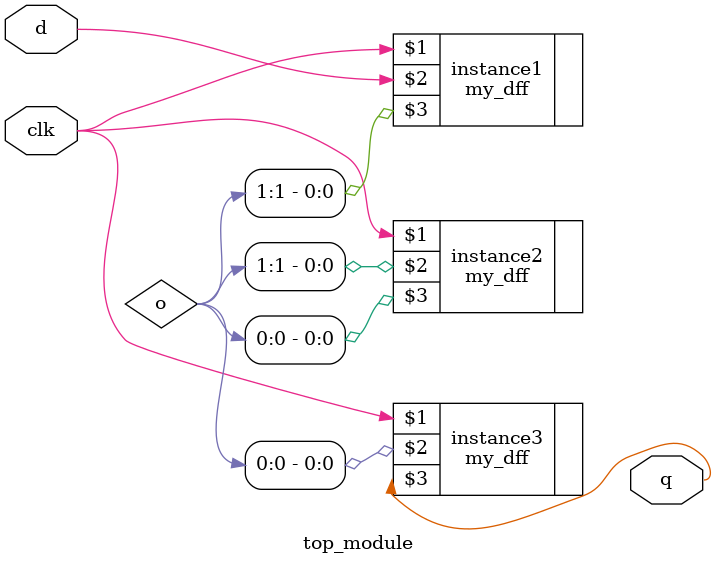
<source format=v>
module top_module ( input clk, input d, output q );
    
    wire[1:0] o;
    my_dff instance1(clk, d, o[1]);
    my_dff instance2(clk, o[1], o[0]);
    my_dff instance3(clk, o[0], q);
    
endmodule

</source>
